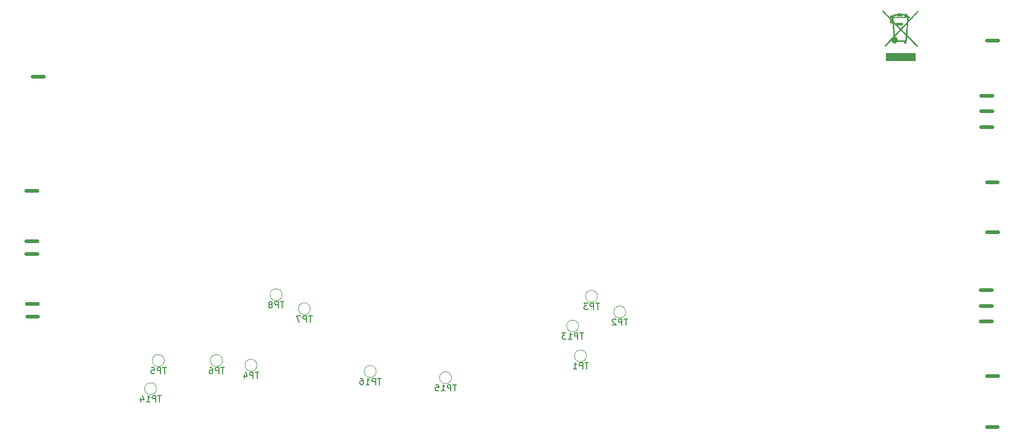
<source format=gbr>
G04 #@! TF.GenerationSoftware,KiCad,Pcbnew,(5.1.5)-2*
G04 #@! TF.CreationDate,2020-02-03T19:36:56+01:00*
G04 #@! TF.ProjectId,Main Board,4d61696e-2042-46f6-9172-642e6b696361,rev?*
G04 #@! TF.SameCoordinates,Original*
G04 #@! TF.FileFunction,Legend,Bot*
G04 #@! TF.FilePolarity,Positive*
%FSLAX46Y46*%
G04 Gerber Fmt 4.6, Leading zero omitted, Abs format (unit mm)*
G04 Created by KiCad (PCBNEW (5.1.5)-2) date 2020-02-03 19:36:56*
%MOMM*%
%LPD*%
G04 APERTURE LIST*
%ADD10C,0.600000*%
%ADD11C,0.010000*%
%ADD12C,0.120000*%
%ADD13C,0.150000*%
G04 APERTURE END LIST*
D10*
X200900000Y-39000000D02*
X199150000Y-39000000D01*
X199950000Y-47750000D02*
X198200000Y-47750000D01*
X199950000Y-50250000D02*
X198200000Y-50250000D01*
X199950000Y-52750000D02*
X198200000Y-52750000D01*
X200850000Y-61550000D02*
X199100000Y-61550000D01*
X200900000Y-69550000D02*
X199150000Y-69550000D01*
X200850000Y-100600000D02*
X199100000Y-100600000D01*
X200900000Y-92500000D02*
X199150000Y-92500000D01*
X199900000Y-83800000D02*
X198150000Y-83800000D01*
X199900000Y-81300000D02*
X198150000Y-81300000D01*
X199900000Y-78800000D02*
X198150000Y-78800000D01*
X47950000Y-83000000D02*
X46200000Y-83000000D01*
X47900000Y-81000000D02*
X46150000Y-81000000D01*
X47850000Y-73000000D02*
X46100000Y-73000000D01*
X47850000Y-71000000D02*
X46100000Y-71000000D01*
X47850000Y-62950000D02*
X46100000Y-62950000D01*
X48850000Y-44750000D02*
X47100000Y-44750000D01*
D11*
G36*
X182526744Y-34299337D02*
G01*
X182527567Y-34415066D01*
X183127885Y-35025000D01*
X183728204Y-35634934D01*
X183728641Y-35914835D01*
X183729079Y-36194737D01*
X184094663Y-36194737D01*
X184104083Y-36265756D01*
X184107650Y-36298127D01*
X184113662Y-36359087D01*
X184121799Y-36444998D01*
X184131738Y-36552226D01*
X184143157Y-36677133D01*
X184155736Y-36816083D01*
X184169153Y-36965441D01*
X184183085Y-37121568D01*
X184197212Y-37280830D01*
X184211212Y-37439590D01*
X184224763Y-37594211D01*
X184237544Y-37741057D01*
X184249233Y-37876493D01*
X184259508Y-37996880D01*
X184268048Y-38098584D01*
X184274531Y-38177967D01*
X184278636Y-38231394D01*
X184280041Y-38255229D01*
X184280040Y-38255342D01*
X184269796Y-38274466D01*
X184239026Y-38313955D01*
X184187311Y-38374266D01*
X184114233Y-38455861D01*
X184019373Y-38559198D01*
X183902313Y-38684738D01*
X183762633Y-38832940D01*
X183599916Y-39004263D01*
X183554179Y-39052237D01*
X182828805Y-39812566D01*
X182887449Y-39871052D01*
X182946092Y-39929539D01*
X183040974Y-39826310D01*
X183075685Y-39789003D01*
X183129906Y-39731311D01*
X183200059Y-39657013D01*
X183282568Y-39569889D01*
X183373855Y-39473718D01*
X183470342Y-39372280D01*
X183528065Y-39311695D01*
X183636434Y-39198197D01*
X183724028Y-39107285D01*
X183793080Y-39037307D01*
X183845824Y-38986610D01*
X183884494Y-38953540D01*
X183911323Y-38936444D01*
X183928544Y-38933669D01*
X183938392Y-38943563D01*
X183943099Y-38964471D01*
X183944899Y-38994741D01*
X183945141Y-39003002D01*
X183957658Y-39059909D01*
X183988497Y-39128693D01*
X184031503Y-39198475D01*
X184080520Y-39258378D01*
X184100134Y-39276882D01*
X184200770Y-39341628D01*
X184318327Y-39377854D01*
X184422262Y-39386447D01*
X184540049Y-39370239D01*
X184648831Y-39322712D01*
X184745110Y-39245511D01*
X184762875Y-39226295D01*
X184827832Y-39152500D01*
X185951579Y-39152500D01*
X185951579Y-39386447D01*
X186252368Y-39386447D01*
X186252368Y-39277152D01*
X186256143Y-39202539D01*
X186268825Y-39150750D01*
X186284237Y-39122580D01*
X186295250Y-39102424D01*
X186304679Y-39073200D01*
X186313151Y-39030575D01*
X186321290Y-38970217D01*
X186329721Y-38887793D01*
X186339068Y-38778972D01*
X186345469Y-38698017D01*
X186374831Y-38318732D01*
X187095659Y-39048938D01*
X187225992Y-39181066D01*
X187351108Y-39308096D01*
X187468721Y-39427695D01*
X187576545Y-39537528D01*
X187672295Y-39635263D01*
X187753683Y-39718566D01*
X187818423Y-39785104D01*
X187864230Y-39832542D01*
X187888792Y-39858520D01*
X187929145Y-39899649D01*
X187962805Y-39928335D01*
X187980910Y-39937895D01*
X188004035Y-39926697D01*
X188037743Y-39898719D01*
X188049169Y-39887326D01*
X188097617Y-39836757D01*
X187830881Y-39565702D01*
X187762831Y-39496652D01*
X187675085Y-39407774D01*
X187571492Y-39302959D01*
X187455900Y-39186097D01*
X187332159Y-39061079D01*
X187204119Y-38931795D01*
X187075628Y-38802136D01*
X186983454Y-38709179D01*
X186843342Y-38567520D01*
X186725632Y-38447591D01*
X186628820Y-38347768D01*
X186551399Y-38266428D01*
X186491864Y-38201948D01*
X186462358Y-38168277D01*
X186225409Y-38168277D01*
X186195743Y-38547592D01*
X186186797Y-38658777D01*
X186178142Y-38760453D01*
X186170271Y-38847304D01*
X186163672Y-38914018D01*
X186158836Y-38955279D01*
X186157280Y-38964506D01*
X186148482Y-39002105D01*
X184886681Y-39002105D01*
X184878258Y-38897173D01*
X184852828Y-38773195D01*
X184799611Y-38663524D01*
X184721963Y-38572156D01*
X184623237Y-38503083D01*
X184512428Y-38461620D01*
X184476480Y-38442171D01*
X184458483Y-38400430D01*
X184458106Y-38398589D01*
X184455947Y-38380967D01*
X184458616Y-38362922D01*
X184468720Y-38341108D01*
X184488863Y-38312177D01*
X184521651Y-38272783D01*
X184569690Y-38219577D01*
X184635584Y-38149214D01*
X184721940Y-38058346D01*
X184727520Y-38052493D01*
X184820405Y-37954956D01*
X184919155Y-37851067D01*
X185016984Y-37747977D01*
X185107107Y-37652839D01*
X185182738Y-37572804D01*
X185199605Y-37554911D01*
X185264265Y-37487444D01*
X185321705Y-37429709D01*
X185367801Y-37385675D01*
X185398431Y-37359314D01*
X185408715Y-37353521D01*
X185424052Y-37365646D01*
X185459917Y-37398910D01*
X185513488Y-37450542D01*
X185581940Y-37517775D01*
X185662447Y-37597837D01*
X185752187Y-37687961D01*
X185825532Y-37762198D01*
X186225409Y-38168277D01*
X186462358Y-38168277D01*
X186448709Y-38152703D01*
X186420429Y-38117071D01*
X186405517Y-38093429D01*
X186402199Y-38082480D01*
X186403456Y-38058586D01*
X186407274Y-38004501D01*
X186413407Y-37923338D01*
X186421607Y-37818210D01*
X186431627Y-37692228D01*
X186443220Y-37548505D01*
X186456140Y-37390154D01*
X186470138Y-37220287D01*
X186481419Y-37084528D01*
X186545250Y-36319106D01*
X186381004Y-36319106D01*
X186380297Y-36335624D01*
X186376969Y-36382145D01*
X186371290Y-36455378D01*
X186363526Y-36552028D01*
X186353943Y-36668805D01*
X186342811Y-36802414D01*
X186330395Y-36949563D01*
X186318480Y-37089271D01*
X186304984Y-37247787D01*
X186292413Y-37397421D01*
X186281055Y-37534602D01*
X186271198Y-37655759D01*
X186263130Y-37757320D01*
X186257140Y-37835712D01*
X186253515Y-37887363D01*
X186252509Y-37907423D01*
X186250940Y-37919908D01*
X186244722Y-37924862D01*
X186231459Y-37920218D01*
X186208753Y-37903909D01*
X186174208Y-37873868D01*
X186125427Y-37828027D01*
X186060013Y-37764320D01*
X185975569Y-37680679D01*
X185885971Y-37591299D01*
X185519574Y-37225186D01*
X185522141Y-37222434D01*
X185279951Y-37222434D01*
X185268913Y-37237550D01*
X185238013Y-37273142D01*
X185190347Y-37325941D01*
X185129013Y-37392673D01*
X185057107Y-37470070D01*
X184977727Y-37554858D01*
X184893969Y-37643767D01*
X184808930Y-37733526D01*
X184725708Y-37820864D01*
X184647399Y-37902509D01*
X184577100Y-37975191D01*
X184517909Y-38035637D01*
X184472922Y-38080578D01*
X184445236Y-38106742D01*
X184437686Y-38112072D01*
X184435197Y-38094867D01*
X184430030Y-38047348D01*
X184422470Y-37972489D01*
X184412800Y-37873264D01*
X184401305Y-37752649D01*
X184388269Y-37613618D01*
X184373976Y-37459145D01*
X184358710Y-37292206D01*
X184346521Y-37157597D01*
X184330929Y-36983054D01*
X184316523Y-36818627D01*
X184303547Y-36667299D01*
X184292241Y-36532053D01*
X184282848Y-36415870D01*
X184275611Y-36321735D01*
X184270772Y-36252630D01*
X184268573Y-36211538D01*
X184268824Y-36200868D01*
X184281970Y-36210372D01*
X184315446Y-36240920D01*
X184366326Y-36289556D01*
X184431683Y-36353323D01*
X184508591Y-36429265D01*
X184594124Y-36514424D01*
X184685354Y-36605845D01*
X184779356Y-36700569D01*
X184873202Y-36795641D01*
X184963967Y-36888103D01*
X185048723Y-36974999D01*
X185124544Y-37053372D01*
X185188503Y-37120265D01*
X185237674Y-37172722D01*
X185269131Y-37207785D01*
X185279951Y-37222434D01*
X185522141Y-37222434D01*
X185656202Y-37078760D01*
X185725784Y-37004448D01*
X185803881Y-36921483D01*
X185887406Y-36833102D01*
X185973270Y-36742541D01*
X186058385Y-36653036D01*
X186139664Y-36567823D01*
X186214019Y-36490139D01*
X186278363Y-36423220D01*
X186329606Y-36370303D01*
X186364663Y-36334623D01*
X186380444Y-36319416D01*
X186381004Y-36319106D01*
X186545250Y-36319106D01*
X186561204Y-36127807D01*
X187359286Y-35288485D01*
X188157368Y-34449164D01*
X188156781Y-34331852D01*
X188156194Y-34214539D01*
X188027275Y-34352253D01*
X187955124Y-34429063D01*
X187869940Y-34519304D01*
X187774021Y-34620575D01*
X187669666Y-34730476D01*
X187559174Y-34846604D01*
X187444844Y-34966558D01*
X187328975Y-35087936D01*
X187213865Y-35208338D01*
X187101814Y-35325362D01*
X186995119Y-35436606D01*
X186896080Y-35539669D01*
X186806997Y-35632150D01*
X186730166Y-35711647D01*
X186667888Y-35775758D01*
X186622462Y-35822083D01*
X186596185Y-35848219D01*
X186590426Y-35853233D01*
X186590030Y-35835791D01*
X186592208Y-35791135D01*
X186596583Y-35725340D01*
X186602775Y-35644483D01*
X186605433Y-35612183D01*
X186625228Y-35375921D01*
X186470242Y-35375921D01*
X186462240Y-35413520D01*
X186458160Y-35443255D01*
X186452425Y-35499203D01*
X186445701Y-35574236D01*
X186438648Y-35661225D01*
X186436207Y-35693421D01*
X186429008Y-35785861D01*
X186421742Y-35871707D01*
X186415136Y-35942847D01*
X186409916Y-35991169D01*
X186408739Y-35999939D01*
X186404298Y-36017942D01*
X186394687Y-36039017D01*
X186377860Y-36065525D01*
X186351775Y-36099828D01*
X186314387Y-36144289D01*
X186263654Y-36201271D01*
X186197530Y-36273136D01*
X186113974Y-36362246D01*
X186010940Y-36470964D01*
X185905833Y-36581275D01*
X185801262Y-36690441D01*
X185703649Y-36791540D01*
X185615422Y-36882115D01*
X185539012Y-36959708D01*
X185476849Y-37021862D01*
X185431363Y-37066118D01*
X185404983Y-37090018D01*
X185399357Y-37093574D01*
X185384557Y-37080681D01*
X185349961Y-37047060D01*
X185298929Y-36996082D01*
X185234817Y-36931120D01*
X185160984Y-36855548D01*
X185107589Y-36800493D01*
X184828827Y-36512237D01*
X185650790Y-36512237D01*
X185650790Y-36194737D01*
X184648158Y-36194737D01*
X184648158Y-36336206D01*
X184464342Y-36152960D01*
X184333948Y-36022971D01*
X184080000Y-36022971D01*
X184077571Y-36043477D01*
X184065276Y-36054902D01*
X184035604Y-36059880D01*
X183981045Y-36061044D01*
X183971382Y-36061052D01*
X183862763Y-36061052D01*
X183862763Y-35769584D01*
X183971382Y-35877237D01*
X184032654Y-35942687D01*
X184069301Y-35992829D01*
X184080000Y-36022971D01*
X184333948Y-36022971D01*
X184280526Y-35969715D01*
X184280526Y-35806502D01*
X184280015Y-35731414D01*
X184277672Y-35683645D01*
X184272289Y-35657098D01*
X184262656Y-35645679D01*
X184248129Y-35643289D01*
X184231973Y-35639780D01*
X184220031Y-35625711D01*
X184210861Y-35595769D01*
X184203018Y-35544642D01*
X184195058Y-35467017D01*
X184192504Y-35438585D01*
X184186974Y-35375921D01*
X186470242Y-35375921D01*
X186625228Y-35375921D01*
X186837237Y-35375921D01*
X186837237Y-35225526D01*
X186747141Y-35225526D01*
X186694445Y-35224083D01*
X186665812Y-35217116D01*
X186662309Y-35212970D01*
X186477766Y-35212970D01*
X186468054Y-35222442D01*
X186434412Y-35225366D01*
X186411706Y-35225526D01*
X186335921Y-35225526D01*
X186053306Y-35225526D01*
X184173481Y-35225526D01*
X184237062Y-35160413D01*
X184335814Y-35080062D01*
X184458032Y-35018089D01*
X184605787Y-34973646D01*
X184752599Y-34949065D01*
X184848684Y-34937596D01*
X184848684Y-35058421D01*
X185617368Y-35058421D01*
X185617368Y-34921345D01*
X185730165Y-34932776D01*
X185808975Y-34942425D01*
X185892943Y-34955214D01*
X185943224Y-34964348D01*
X186043487Y-34984488D01*
X186048397Y-35105007D01*
X186053306Y-35225526D01*
X186335921Y-35225526D01*
X186335921Y-35158684D01*
X186338131Y-35116810D01*
X186343650Y-35093536D01*
X186345874Y-35091842D01*
X186370613Y-35102560D01*
X186406757Y-35128563D01*
X186442990Y-35160623D01*
X186467999Y-35189511D01*
X186470227Y-35193267D01*
X186477766Y-35212970D01*
X186662309Y-35212970D01*
X186651919Y-35200674D01*
X186646311Y-35182762D01*
X186623422Y-35136279D01*
X186579460Y-35080400D01*
X186521989Y-35022960D01*
X186458573Y-34971793D01*
X186416918Y-34945143D01*
X186369466Y-34915972D01*
X186345141Y-34891467D01*
X186336595Y-34862572D01*
X186335938Y-34845362D01*
X186335937Y-34841184D01*
X185483684Y-34841184D01*
X185483684Y-34924737D01*
X184982368Y-34924737D01*
X184982368Y-34841184D01*
X185483684Y-34841184D01*
X186335937Y-34841184D01*
X186335921Y-34791052D01*
X186195274Y-34791052D01*
X186130564Y-34792617D01*
X186080130Y-34796785D01*
X186052094Y-34802773D01*
X186049057Y-34805197D01*
X186031273Y-34808918D01*
X185987992Y-34807394D01*
X185926651Y-34801075D01*
X185884737Y-34795240D01*
X185808737Y-34783778D01*
X185739230Y-34773430D01*
X185686997Y-34765796D01*
X185671678Y-34763627D01*
X185631653Y-34751232D01*
X185617368Y-34731808D01*
X185613025Y-34723898D01*
X185597490Y-34717863D01*
X185567001Y-34713466D01*
X185517800Y-34710469D01*
X185446126Y-34708635D01*
X185348219Y-34707725D01*
X185233026Y-34707500D01*
X185110086Y-34707628D01*
X185016559Y-34708230D01*
X184948440Y-34709639D01*
X184901719Y-34712181D01*
X184872391Y-34716189D01*
X184856449Y-34721991D01*
X184849885Y-34729917D01*
X184848684Y-34739133D01*
X184838460Y-34768385D01*
X184804970Y-34785031D01*
X184743988Y-34790968D01*
X184733017Y-34791052D01*
X184629746Y-34801706D01*
X184512453Y-34831033D01*
X184391715Y-34875084D01*
X184278111Y-34929911D01*
X184182219Y-34991564D01*
X184169799Y-35001332D01*
X184129318Y-35033115D01*
X184105345Y-35045844D01*
X184088604Y-35041729D01*
X184071419Y-35024750D01*
X184020664Y-34991492D01*
X183954607Y-34978725D01*
X183883474Y-34985365D01*
X183817486Y-35010327D01*
X183766868Y-35052529D01*
X183763203Y-35057434D01*
X183725328Y-35136211D01*
X183718281Y-35217754D01*
X183741285Y-35295487D01*
X183793563Y-35362835D01*
X183799956Y-35368396D01*
X183837073Y-35394813D01*
X183874733Y-35406447D01*
X183927676Y-35407287D01*
X183940902Y-35406542D01*
X183992703Y-35404641D01*
X184019386Y-35408996D01*
X184029045Y-35422138D01*
X184030037Y-35434408D01*
X184032061Y-35470002D01*
X184037086Y-35523533D01*
X184040697Y-35555559D01*
X184045934Y-35606427D01*
X184043756Y-35632468D01*
X184031125Y-35641986D01*
X184008625Y-35643289D01*
X183995282Y-35638986D01*
X183973756Y-35625057D01*
X183942452Y-35599977D01*
X183899776Y-35562219D01*
X183844132Y-35510256D01*
X183773925Y-35442562D01*
X183687560Y-35357611D01*
X183583442Y-35253875D01*
X183459975Y-35129828D01*
X183315564Y-34983944D01*
X183245969Y-34913449D01*
X182525921Y-34183610D01*
X182526744Y-34299337D01*
G37*
X182526744Y-34299337D02*
X182527567Y-34415066D01*
X183127885Y-35025000D01*
X183728204Y-35634934D01*
X183728641Y-35914835D01*
X183729079Y-36194737D01*
X184094663Y-36194737D01*
X184104083Y-36265756D01*
X184107650Y-36298127D01*
X184113662Y-36359087D01*
X184121799Y-36444998D01*
X184131738Y-36552226D01*
X184143157Y-36677133D01*
X184155736Y-36816083D01*
X184169153Y-36965441D01*
X184183085Y-37121568D01*
X184197212Y-37280830D01*
X184211212Y-37439590D01*
X184224763Y-37594211D01*
X184237544Y-37741057D01*
X184249233Y-37876493D01*
X184259508Y-37996880D01*
X184268048Y-38098584D01*
X184274531Y-38177967D01*
X184278636Y-38231394D01*
X184280041Y-38255229D01*
X184280040Y-38255342D01*
X184269796Y-38274466D01*
X184239026Y-38313955D01*
X184187311Y-38374266D01*
X184114233Y-38455861D01*
X184019373Y-38559198D01*
X183902313Y-38684738D01*
X183762633Y-38832940D01*
X183599916Y-39004263D01*
X183554179Y-39052237D01*
X182828805Y-39812566D01*
X182887449Y-39871052D01*
X182946092Y-39929539D01*
X183040974Y-39826310D01*
X183075685Y-39789003D01*
X183129906Y-39731311D01*
X183200059Y-39657013D01*
X183282568Y-39569889D01*
X183373855Y-39473718D01*
X183470342Y-39372280D01*
X183528065Y-39311695D01*
X183636434Y-39198197D01*
X183724028Y-39107285D01*
X183793080Y-39037307D01*
X183845824Y-38986610D01*
X183884494Y-38953540D01*
X183911323Y-38936444D01*
X183928544Y-38933669D01*
X183938392Y-38943563D01*
X183943099Y-38964471D01*
X183944899Y-38994741D01*
X183945141Y-39003002D01*
X183957658Y-39059909D01*
X183988497Y-39128693D01*
X184031503Y-39198475D01*
X184080520Y-39258378D01*
X184100134Y-39276882D01*
X184200770Y-39341628D01*
X184318327Y-39377854D01*
X184422262Y-39386447D01*
X184540049Y-39370239D01*
X184648831Y-39322712D01*
X184745110Y-39245511D01*
X184762875Y-39226295D01*
X184827832Y-39152500D01*
X185951579Y-39152500D01*
X185951579Y-39386447D01*
X186252368Y-39386447D01*
X186252368Y-39277152D01*
X186256143Y-39202539D01*
X186268825Y-39150750D01*
X186284237Y-39122580D01*
X186295250Y-39102424D01*
X186304679Y-39073200D01*
X186313151Y-39030575D01*
X186321290Y-38970217D01*
X186329721Y-38887793D01*
X186339068Y-38778972D01*
X186345469Y-38698017D01*
X186374831Y-38318732D01*
X187095659Y-39048938D01*
X187225992Y-39181066D01*
X187351108Y-39308096D01*
X187468721Y-39427695D01*
X187576545Y-39537528D01*
X187672295Y-39635263D01*
X187753683Y-39718566D01*
X187818423Y-39785104D01*
X187864230Y-39832542D01*
X187888792Y-39858520D01*
X187929145Y-39899649D01*
X187962805Y-39928335D01*
X187980910Y-39937895D01*
X188004035Y-39926697D01*
X188037743Y-39898719D01*
X188049169Y-39887326D01*
X188097617Y-39836757D01*
X187830881Y-39565702D01*
X187762831Y-39496652D01*
X187675085Y-39407774D01*
X187571492Y-39302959D01*
X187455900Y-39186097D01*
X187332159Y-39061079D01*
X187204119Y-38931795D01*
X187075628Y-38802136D01*
X186983454Y-38709179D01*
X186843342Y-38567520D01*
X186725632Y-38447591D01*
X186628820Y-38347768D01*
X186551399Y-38266428D01*
X186491864Y-38201948D01*
X186462358Y-38168277D01*
X186225409Y-38168277D01*
X186195743Y-38547592D01*
X186186797Y-38658777D01*
X186178142Y-38760453D01*
X186170271Y-38847304D01*
X186163672Y-38914018D01*
X186158836Y-38955279D01*
X186157280Y-38964506D01*
X186148482Y-39002105D01*
X184886681Y-39002105D01*
X184878258Y-38897173D01*
X184852828Y-38773195D01*
X184799611Y-38663524D01*
X184721963Y-38572156D01*
X184623237Y-38503083D01*
X184512428Y-38461620D01*
X184476480Y-38442171D01*
X184458483Y-38400430D01*
X184458106Y-38398589D01*
X184455947Y-38380967D01*
X184458616Y-38362922D01*
X184468720Y-38341108D01*
X184488863Y-38312177D01*
X184521651Y-38272783D01*
X184569690Y-38219577D01*
X184635584Y-38149214D01*
X184721940Y-38058346D01*
X184727520Y-38052493D01*
X184820405Y-37954956D01*
X184919155Y-37851067D01*
X185016984Y-37747977D01*
X185107107Y-37652839D01*
X185182738Y-37572804D01*
X185199605Y-37554911D01*
X185264265Y-37487444D01*
X185321705Y-37429709D01*
X185367801Y-37385675D01*
X185398431Y-37359314D01*
X185408715Y-37353521D01*
X185424052Y-37365646D01*
X185459917Y-37398910D01*
X185513488Y-37450542D01*
X185581940Y-37517775D01*
X185662447Y-37597837D01*
X185752187Y-37687961D01*
X185825532Y-37762198D01*
X186225409Y-38168277D01*
X186462358Y-38168277D01*
X186448709Y-38152703D01*
X186420429Y-38117071D01*
X186405517Y-38093429D01*
X186402199Y-38082480D01*
X186403456Y-38058586D01*
X186407274Y-38004501D01*
X186413407Y-37923338D01*
X186421607Y-37818210D01*
X186431627Y-37692228D01*
X186443220Y-37548505D01*
X186456140Y-37390154D01*
X186470138Y-37220287D01*
X186481419Y-37084528D01*
X186545250Y-36319106D01*
X186381004Y-36319106D01*
X186380297Y-36335624D01*
X186376969Y-36382145D01*
X186371290Y-36455378D01*
X186363526Y-36552028D01*
X186353943Y-36668805D01*
X186342811Y-36802414D01*
X186330395Y-36949563D01*
X186318480Y-37089271D01*
X186304984Y-37247787D01*
X186292413Y-37397421D01*
X186281055Y-37534602D01*
X186271198Y-37655759D01*
X186263130Y-37757320D01*
X186257140Y-37835712D01*
X186253515Y-37887363D01*
X186252509Y-37907423D01*
X186250940Y-37919908D01*
X186244722Y-37924862D01*
X186231459Y-37920218D01*
X186208753Y-37903909D01*
X186174208Y-37873868D01*
X186125427Y-37828027D01*
X186060013Y-37764320D01*
X185975569Y-37680679D01*
X185885971Y-37591299D01*
X185519574Y-37225186D01*
X185522141Y-37222434D01*
X185279951Y-37222434D01*
X185268913Y-37237550D01*
X185238013Y-37273142D01*
X185190347Y-37325941D01*
X185129013Y-37392673D01*
X185057107Y-37470070D01*
X184977727Y-37554858D01*
X184893969Y-37643767D01*
X184808930Y-37733526D01*
X184725708Y-37820864D01*
X184647399Y-37902509D01*
X184577100Y-37975191D01*
X184517909Y-38035637D01*
X184472922Y-38080578D01*
X184445236Y-38106742D01*
X184437686Y-38112072D01*
X184435197Y-38094867D01*
X184430030Y-38047348D01*
X184422470Y-37972489D01*
X184412800Y-37873264D01*
X184401305Y-37752649D01*
X184388269Y-37613618D01*
X184373976Y-37459145D01*
X184358710Y-37292206D01*
X184346521Y-37157597D01*
X184330929Y-36983054D01*
X184316523Y-36818627D01*
X184303547Y-36667299D01*
X184292241Y-36532053D01*
X184282848Y-36415870D01*
X184275611Y-36321735D01*
X184270772Y-36252630D01*
X184268573Y-36211538D01*
X184268824Y-36200868D01*
X184281970Y-36210372D01*
X184315446Y-36240920D01*
X184366326Y-36289556D01*
X184431683Y-36353323D01*
X184508591Y-36429265D01*
X184594124Y-36514424D01*
X184685354Y-36605845D01*
X184779356Y-36700569D01*
X184873202Y-36795641D01*
X184963967Y-36888103D01*
X185048723Y-36974999D01*
X185124544Y-37053372D01*
X185188503Y-37120265D01*
X185237674Y-37172722D01*
X185269131Y-37207785D01*
X185279951Y-37222434D01*
X185522141Y-37222434D01*
X185656202Y-37078760D01*
X185725784Y-37004448D01*
X185803881Y-36921483D01*
X185887406Y-36833102D01*
X185973270Y-36742541D01*
X186058385Y-36653036D01*
X186139664Y-36567823D01*
X186214019Y-36490139D01*
X186278363Y-36423220D01*
X186329606Y-36370303D01*
X186364663Y-36334623D01*
X186380444Y-36319416D01*
X186381004Y-36319106D01*
X186545250Y-36319106D01*
X186561204Y-36127807D01*
X187359286Y-35288485D01*
X188157368Y-34449164D01*
X188156781Y-34331852D01*
X188156194Y-34214539D01*
X188027275Y-34352253D01*
X187955124Y-34429063D01*
X187869940Y-34519304D01*
X187774021Y-34620575D01*
X187669666Y-34730476D01*
X187559174Y-34846604D01*
X187444844Y-34966558D01*
X187328975Y-35087936D01*
X187213865Y-35208338D01*
X187101814Y-35325362D01*
X186995119Y-35436606D01*
X186896080Y-35539669D01*
X186806997Y-35632150D01*
X186730166Y-35711647D01*
X186667888Y-35775758D01*
X186622462Y-35822083D01*
X186596185Y-35848219D01*
X186590426Y-35853233D01*
X186590030Y-35835791D01*
X186592208Y-35791135D01*
X186596583Y-35725340D01*
X186602775Y-35644483D01*
X186605433Y-35612183D01*
X186625228Y-35375921D01*
X186470242Y-35375921D01*
X186462240Y-35413520D01*
X186458160Y-35443255D01*
X186452425Y-35499203D01*
X186445701Y-35574236D01*
X186438648Y-35661225D01*
X186436207Y-35693421D01*
X186429008Y-35785861D01*
X186421742Y-35871707D01*
X186415136Y-35942847D01*
X186409916Y-35991169D01*
X186408739Y-35999939D01*
X186404298Y-36017942D01*
X186394687Y-36039017D01*
X186377860Y-36065525D01*
X186351775Y-36099828D01*
X186314387Y-36144289D01*
X186263654Y-36201271D01*
X186197530Y-36273136D01*
X186113974Y-36362246D01*
X186010940Y-36470964D01*
X185905833Y-36581275D01*
X185801262Y-36690441D01*
X185703649Y-36791540D01*
X185615422Y-36882115D01*
X185539012Y-36959708D01*
X185476849Y-37021862D01*
X185431363Y-37066118D01*
X185404983Y-37090018D01*
X185399357Y-37093574D01*
X185384557Y-37080681D01*
X185349961Y-37047060D01*
X185298929Y-36996082D01*
X185234817Y-36931120D01*
X185160984Y-36855548D01*
X185107589Y-36800493D01*
X184828827Y-36512237D01*
X185650790Y-36512237D01*
X185650790Y-36194737D01*
X184648158Y-36194737D01*
X184648158Y-36336206D01*
X184464342Y-36152960D01*
X184333948Y-36022971D01*
X184080000Y-36022971D01*
X184077571Y-36043477D01*
X184065276Y-36054902D01*
X184035604Y-36059880D01*
X183981045Y-36061044D01*
X183971382Y-36061052D01*
X183862763Y-36061052D01*
X183862763Y-35769584D01*
X183971382Y-35877237D01*
X184032654Y-35942687D01*
X184069301Y-35992829D01*
X184080000Y-36022971D01*
X184333948Y-36022971D01*
X184280526Y-35969715D01*
X184280526Y-35806502D01*
X184280015Y-35731414D01*
X184277672Y-35683645D01*
X184272289Y-35657098D01*
X184262656Y-35645679D01*
X184248129Y-35643289D01*
X184231973Y-35639780D01*
X184220031Y-35625711D01*
X184210861Y-35595769D01*
X184203018Y-35544642D01*
X184195058Y-35467017D01*
X184192504Y-35438585D01*
X184186974Y-35375921D01*
X186470242Y-35375921D01*
X186625228Y-35375921D01*
X186837237Y-35375921D01*
X186837237Y-35225526D01*
X186747141Y-35225526D01*
X186694445Y-35224083D01*
X186665812Y-35217116D01*
X186662309Y-35212970D01*
X186477766Y-35212970D01*
X186468054Y-35222442D01*
X186434412Y-35225366D01*
X186411706Y-35225526D01*
X186335921Y-35225526D01*
X186053306Y-35225526D01*
X184173481Y-35225526D01*
X184237062Y-35160413D01*
X184335814Y-35080062D01*
X184458032Y-35018089D01*
X184605787Y-34973646D01*
X184752599Y-34949065D01*
X184848684Y-34937596D01*
X184848684Y-35058421D01*
X185617368Y-35058421D01*
X185617368Y-34921345D01*
X185730165Y-34932776D01*
X185808975Y-34942425D01*
X185892943Y-34955214D01*
X185943224Y-34964348D01*
X186043487Y-34984488D01*
X186048397Y-35105007D01*
X186053306Y-35225526D01*
X186335921Y-35225526D01*
X186335921Y-35158684D01*
X186338131Y-35116810D01*
X186343650Y-35093536D01*
X186345874Y-35091842D01*
X186370613Y-35102560D01*
X186406757Y-35128563D01*
X186442990Y-35160623D01*
X186467999Y-35189511D01*
X186470227Y-35193267D01*
X186477766Y-35212970D01*
X186662309Y-35212970D01*
X186651919Y-35200674D01*
X186646311Y-35182762D01*
X186623422Y-35136279D01*
X186579460Y-35080400D01*
X186521989Y-35022960D01*
X186458573Y-34971793D01*
X186416918Y-34945143D01*
X186369466Y-34915972D01*
X186345141Y-34891467D01*
X186336595Y-34862572D01*
X186335938Y-34845362D01*
X186335937Y-34841184D01*
X185483684Y-34841184D01*
X185483684Y-34924737D01*
X184982368Y-34924737D01*
X184982368Y-34841184D01*
X185483684Y-34841184D01*
X186335937Y-34841184D01*
X186335921Y-34791052D01*
X186195274Y-34791052D01*
X186130564Y-34792617D01*
X186080130Y-34796785D01*
X186052094Y-34802773D01*
X186049057Y-34805197D01*
X186031273Y-34808918D01*
X185987992Y-34807394D01*
X185926651Y-34801075D01*
X185884737Y-34795240D01*
X185808737Y-34783778D01*
X185739230Y-34773430D01*
X185686997Y-34765796D01*
X185671678Y-34763627D01*
X185631653Y-34751232D01*
X185617368Y-34731808D01*
X185613025Y-34723898D01*
X185597490Y-34717863D01*
X185567001Y-34713466D01*
X185517800Y-34710469D01*
X185446126Y-34708635D01*
X185348219Y-34707725D01*
X185233026Y-34707500D01*
X185110086Y-34707628D01*
X185016559Y-34708230D01*
X184948440Y-34709639D01*
X184901719Y-34712181D01*
X184872391Y-34716189D01*
X184856449Y-34721991D01*
X184849885Y-34729917D01*
X184848684Y-34739133D01*
X184838460Y-34768385D01*
X184804970Y-34785031D01*
X184743988Y-34790968D01*
X184733017Y-34791052D01*
X184629746Y-34801706D01*
X184512453Y-34831033D01*
X184391715Y-34875084D01*
X184278111Y-34929911D01*
X184182219Y-34991564D01*
X184169799Y-35001332D01*
X184129318Y-35033115D01*
X184105345Y-35045844D01*
X184088604Y-35041729D01*
X184071419Y-35024750D01*
X184020664Y-34991492D01*
X183954607Y-34978725D01*
X183883474Y-34985365D01*
X183817486Y-35010327D01*
X183766868Y-35052529D01*
X183763203Y-35057434D01*
X183725328Y-35136211D01*
X183718281Y-35217754D01*
X183741285Y-35295487D01*
X183793563Y-35362835D01*
X183799956Y-35368396D01*
X183837073Y-35394813D01*
X183874733Y-35406447D01*
X183927676Y-35407287D01*
X183940902Y-35406542D01*
X183992703Y-35404641D01*
X184019386Y-35408996D01*
X184029045Y-35422138D01*
X184030037Y-35434408D01*
X184032061Y-35470002D01*
X184037086Y-35523533D01*
X184040697Y-35555559D01*
X184045934Y-35606427D01*
X184043756Y-35632468D01*
X184031125Y-35641986D01*
X184008625Y-35643289D01*
X183995282Y-35638986D01*
X183973756Y-35625057D01*
X183942452Y-35599977D01*
X183899776Y-35562219D01*
X183844132Y-35510256D01*
X183773925Y-35442562D01*
X183687560Y-35357611D01*
X183583442Y-35253875D01*
X183459975Y-35129828D01*
X183315564Y-34983944D01*
X183245969Y-34913449D01*
X182525921Y-34183610D01*
X182526744Y-34299337D01*
G36*
X183027237Y-42210526D02*
G01*
X187706184Y-42210526D01*
X187706184Y-41057500D01*
X183027237Y-41057500D01*
X183027237Y-42210526D01*
G37*
X183027237Y-42210526D02*
X187706184Y-42210526D01*
X187706184Y-41057500D01*
X183027237Y-41057500D01*
X183027237Y-42210526D01*
D12*
X134100000Y-84550000D02*
G75*
G03X134100000Y-84550000I-950000J0D01*
G01*
X135350000Y-89300000D02*
G75*
G03X135350000Y-89300000I-950000J0D01*
G01*
X141600000Y-82300000D02*
G75*
G03X141600000Y-82300000I-950000J0D01*
G01*
X137100000Y-79800000D02*
G75*
G03X137100000Y-79800000I-950000J0D01*
G01*
X82850000Y-90800000D02*
G75*
G03X82850000Y-90800000I-950000J0D01*
G01*
X68100000Y-90050000D02*
G75*
G03X68100000Y-90050000I-950000J0D01*
G01*
X77350000Y-90050000D02*
G75*
G03X77350000Y-90050000I-950000J0D01*
G01*
X91350000Y-81800000D02*
G75*
G03X91350000Y-81800000I-950000J0D01*
G01*
X86850000Y-79550000D02*
G75*
G03X86850000Y-79550000I-950000J0D01*
G01*
X66850000Y-94550000D02*
G75*
G03X66850000Y-94550000I-950000J0D01*
G01*
X113850000Y-92800000D02*
G75*
G03X113850000Y-92800000I-950000J0D01*
G01*
X101850000Y-91800000D02*
G75*
G03X101850000Y-91800000I-950000J0D01*
G01*
D13*
X134888095Y-85650380D02*
X134316666Y-85650380D01*
X134602380Y-86650380D02*
X134602380Y-85650380D01*
X133983333Y-86650380D02*
X133983333Y-85650380D01*
X133602380Y-85650380D01*
X133507142Y-85698000D01*
X133459523Y-85745619D01*
X133411904Y-85840857D01*
X133411904Y-85983714D01*
X133459523Y-86078952D01*
X133507142Y-86126571D01*
X133602380Y-86174190D01*
X133983333Y-86174190D01*
X132459523Y-86650380D02*
X133030952Y-86650380D01*
X132745238Y-86650380D02*
X132745238Y-85650380D01*
X132840476Y-85793238D01*
X132935714Y-85888476D01*
X133030952Y-85936095D01*
X132126190Y-85650380D02*
X131507142Y-85650380D01*
X131840476Y-86031333D01*
X131697619Y-86031333D01*
X131602380Y-86078952D01*
X131554761Y-86126571D01*
X131507142Y-86221809D01*
X131507142Y-86459904D01*
X131554761Y-86555142D01*
X131602380Y-86602761D01*
X131697619Y-86650380D01*
X131983333Y-86650380D01*
X132078571Y-86602761D01*
X132126190Y-86555142D01*
X135661904Y-90400380D02*
X135090476Y-90400380D01*
X135376190Y-91400380D02*
X135376190Y-90400380D01*
X134757142Y-91400380D02*
X134757142Y-90400380D01*
X134376190Y-90400380D01*
X134280952Y-90448000D01*
X134233333Y-90495619D01*
X134185714Y-90590857D01*
X134185714Y-90733714D01*
X134233333Y-90828952D01*
X134280952Y-90876571D01*
X134376190Y-90924190D01*
X134757142Y-90924190D01*
X133233333Y-91400380D02*
X133804761Y-91400380D01*
X133519047Y-91400380D02*
X133519047Y-90400380D01*
X133614285Y-90543238D01*
X133709523Y-90638476D01*
X133804761Y-90686095D01*
X141911904Y-83400380D02*
X141340476Y-83400380D01*
X141626190Y-84400380D02*
X141626190Y-83400380D01*
X141007142Y-84400380D02*
X141007142Y-83400380D01*
X140626190Y-83400380D01*
X140530952Y-83448000D01*
X140483333Y-83495619D01*
X140435714Y-83590857D01*
X140435714Y-83733714D01*
X140483333Y-83828952D01*
X140530952Y-83876571D01*
X140626190Y-83924190D01*
X141007142Y-83924190D01*
X140054761Y-83495619D02*
X140007142Y-83448000D01*
X139911904Y-83400380D01*
X139673809Y-83400380D01*
X139578571Y-83448000D01*
X139530952Y-83495619D01*
X139483333Y-83590857D01*
X139483333Y-83686095D01*
X139530952Y-83828952D01*
X140102380Y-84400380D01*
X139483333Y-84400380D01*
X137411904Y-80900380D02*
X136840476Y-80900380D01*
X137126190Y-81900380D02*
X137126190Y-80900380D01*
X136507142Y-81900380D02*
X136507142Y-80900380D01*
X136126190Y-80900380D01*
X136030952Y-80948000D01*
X135983333Y-80995619D01*
X135935714Y-81090857D01*
X135935714Y-81233714D01*
X135983333Y-81328952D01*
X136030952Y-81376571D01*
X136126190Y-81424190D01*
X136507142Y-81424190D01*
X135602380Y-80900380D02*
X134983333Y-80900380D01*
X135316666Y-81281333D01*
X135173809Y-81281333D01*
X135078571Y-81328952D01*
X135030952Y-81376571D01*
X134983333Y-81471809D01*
X134983333Y-81709904D01*
X135030952Y-81805142D01*
X135078571Y-81852761D01*
X135173809Y-81900380D01*
X135459523Y-81900380D01*
X135554761Y-81852761D01*
X135602380Y-81805142D01*
X83161904Y-91900380D02*
X82590476Y-91900380D01*
X82876190Y-92900380D02*
X82876190Y-91900380D01*
X82257142Y-92900380D02*
X82257142Y-91900380D01*
X81876190Y-91900380D01*
X81780952Y-91948000D01*
X81733333Y-91995619D01*
X81685714Y-92090857D01*
X81685714Y-92233714D01*
X81733333Y-92328952D01*
X81780952Y-92376571D01*
X81876190Y-92424190D01*
X82257142Y-92424190D01*
X80828571Y-92233714D02*
X80828571Y-92900380D01*
X81066666Y-91852761D02*
X81304761Y-92567047D01*
X80685714Y-92567047D01*
X68411904Y-91150380D02*
X67840476Y-91150380D01*
X68126190Y-92150380D02*
X68126190Y-91150380D01*
X67507142Y-92150380D02*
X67507142Y-91150380D01*
X67126190Y-91150380D01*
X67030952Y-91198000D01*
X66983333Y-91245619D01*
X66935714Y-91340857D01*
X66935714Y-91483714D01*
X66983333Y-91578952D01*
X67030952Y-91626571D01*
X67126190Y-91674190D01*
X67507142Y-91674190D01*
X66030952Y-91150380D02*
X66507142Y-91150380D01*
X66554761Y-91626571D01*
X66507142Y-91578952D01*
X66411904Y-91531333D01*
X66173809Y-91531333D01*
X66078571Y-91578952D01*
X66030952Y-91626571D01*
X65983333Y-91721809D01*
X65983333Y-91959904D01*
X66030952Y-92055142D01*
X66078571Y-92102761D01*
X66173809Y-92150380D01*
X66411904Y-92150380D01*
X66507142Y-92102761D01*
X66554761Y-92055142D01*
X77661904Y-91150380D02*
X77090476Y-91150380D01*
X77376190Y-92150380D02*
X77376190Y-91150380D01*
X76757142Y-92150380D02*
X76757142Y-91150380D01*
X76376190Y-91150380D01*
X76280952Y-91198000D01*
X76233333Y-91245619D01*
X76185714Y-91340857D01*
X76185714Y-91483714D01*
X76233333Y-91578952D01*
X76280952Y-91626571D01*
X76376190Y-91674190D01*
X76757142Y-91674190D01*
X75328571Y-91150380D02*
X75519047Y-91150380D01*
X75614285Y-91198000D01*
X75661904Y-91245619D01*
X75757142Y-91388476D01*
X75804761Y-91578952D01*
X75804761Y-91959904D01*
X75757142Y-92055142D01*
X75709523Y-92102761D01*
X75614285Y-92150380D01*
X75423809Y-92150380D01*
X75328571Y-92102761D01*
X75280952Y-92055142D01*
X75233333Y-91959904D01*
X75233333Y-91721809D01*
X75280952Y-91626571D01*
X75328571Y-91578952D01*
X75423809Y-91531333D01*
X75614285Y-91531333D01*
X75709523Y-91578952D01*
X75757142Y-91626571D01*
X75804761Y-91721809D01*
X91661904Y-82900380D02*
X91090476Y-82900380D01*
X91376190Y-83900380D02*
X91376190Y-82900380D01*
X90757142Y-83900380D02*
X90757142Y-82900380D01*
X90376190Y-82900380D01*
X90280952Y-82948000D01*
X90233333Y-82995619D01*
X90185714Y-83090857D01*
X90185714Y-83233714D01*
X90233333Y-83328952D01*
X90280952Y-83376571D01*
X90376190Y-83424190D01*
X90757142Y-83424190D01*
X89852380Y-82900380D02*
X89185714Y-82900380D01*
X89614285Y-83900380D01*
X87161904Y-80650380D02*
X86590476Y-80650380D01*
X86876190Y-81650380D02*
X86876190Y-80650380D01*
X86257142Y-81650380D02*
X86257142Y-80650380D01*
X85876190Y-80650380D01*
X85780952Y-80698000D01*
X85733333Y-80745619D01*
X85685714Y-80840857D01*
X85685714Y-80983714D01*
X85733333Y-81078952D01*
X85780952Y-81126571D01*
X85876190Y-81174190D01*
X86257142Y-81174190D01*
X85114285Y-81078952D02*
X85209523Y-81031333D01*
X85257142Y-80983714D01*
X85304761Y-80888476D01*
X85304761Y-80840857D01*
X85257142Y-80745619D01*
X85209523Y-80698000D01*
X85114285Y-80650380D01*
X84923809Y-80650380D01*
X84828571Y-80698000D01*
X84780952Y-80745619D01*
X84733333Y-80840857D01*
X84733333Y-80888476D01*
X84780952Y-80983714D01*
X84828571Y-81031333D01*
X84923809Y-81078952D01*
X85114285Y-81078952D01*
X85209523Y-81126571D01*
X85257142Y-81174190D01*
X85304761Y-81269428D01*
X85304761Y-81459904D01*
X85257142Y-81555142D01*
X85209523Y-81602761D01*
X85114285Y-81650380D01*
X84923809Y-81650380D01*
X84828571Y-81602761D01*
X84780952Y-81555142D01*
X84733333Y-81459904D01*
X84733333Y-81269428D01*
X84780952Y-81174190D01*
X84828571Y-81126571D01*
X84923809Y-81078952D01*
X67638095Y-95650380D02*
X67066666Y-95650380D01*
X67352380Y-96650380D02*
X67352380Y-95650380D01*
X66733333Y-96650380D02*
X66733333Y-95650380D01*
X66352380Y-95650380D01*
X66257142Y-95698000D01*
X66209523Y-95745619D01*
X66161904Y-95840857D01*
X66161904Y-95983714D01*
X66209523Y-96078952D01*
X66257142Y-96126571D01*
X66352380Y-96174190D01*
X66733333Y-96174190D01*
X65209523Y-96650380D02*
X65780952Y-96650380D01*
X65495238Y-96650380D02*
X65495238Y-95650380D01*
X65590476Y-95793238D01*
X65685714Y-95888476D01*
X65780952Y-95936095D01*
X64352380Y-95983714D02*
X64352380Y-96650380D01*
X64590476Y-95602761D02*
X64828571Y-96317047D01*
X64209523Y-96317047D01*
X114638095Y-93900380D02*
X114066666Y-93900380D01*
X114352380Y-94900380D02*
X114352380Y-93900380D01*
X113733333Y-94900380D02*
X113733333Y-93900380D01*
X113352380Y-93900380D01*
X113257142Y-93948000D01*
X113209523Y-93995619D01*
X113161904Y-94090857D01*
X113161904Y-94233714D01*
X113209523Y-94328952D01*
X113257142Y-94376571D01*
X113352380Y-94424190D01*
X113733333Y-94424190D01*
X112209523Y-94900380D02*
X112780952Y-94900380D01*
X112495238Y-94900380D02*
X112495238Y-93900380D01*
X112590476Y-94043238D01*
X112685714Y-94138476D01*
X112780952Y-94186095D01*
X111304761Y-93900380D02*
X111780952Y-93900380D01*
X111828571Y-94376571D01*
X111780952Y-94328952D01*
X111685714Y-94281333D01*
X111447619Y-94281333D01*
X111352380Y-94328952D01*
X111304761Y-94376571D01*
X111257142Y-94471809D01*
X111257142Y-94709904D01*
X111304761Y-94805142D01*
X111352380Y-94852761D01*
X111447619Y-94900380D01*
X111685714Y-94900380D01*
X111780952Y-94852761D01*
X111828571Y-94805142D01*
X102638095Y-92900380D02*
X102066666Y-92900380D01*
X102352380Y-93900380D02*
X102352380Y-92900380D01*
X101733333Y-93900380D02*
X101733333Y-92900380D01*
X101352380Y-92900380D01*
X101257142Y-92948000D01*
X101209523Y-92995619D01*
X101161904Y-93090857D01*
X101161904Y-93233714D01*
X101209523Y-93328952D01*
X101257142Y-93376571D01*
X101352380Y-93424190D01*
X101733333Y-93424190D01*
X100209523Y-93900380D02*
X100780952Y-93900380D01*
X100495238Y-93900380D02*
X100495238Y-92900380D01*
X100590476Y-93043238D01*
X100685714Y-93138476D01*
X100780952Y-93186095D01*
X99352380Y-92900380D02*
X99542857Y-92900380D01*
X99638095Y-92948000D01*
X99685714Y-92995619D01*
X99780952Y-93138476D01*
X99828571Y-93328952D01*
X99828571Y-93709904D01*
X99780952Y-93805142D01*
X99733333Y-93852761D01*
X99638095Y-93900380D01*
X99447619Y-93900380D01*
X99352380Y-93852761D01*
X99304761Y-93805142D01*
X99257142Y-93709904D01*
X99257142Y-93471809D01*
X99304761Y-93376571D01*
X99352380Y-93328952D01*
X99447619Y-93281333D01*
X99638095Y-93281333D01*
X99733333Y-93328952D01*
X99780952Y-93376571D01*
X99828571Y-93471809D01*
M02*

</source>
